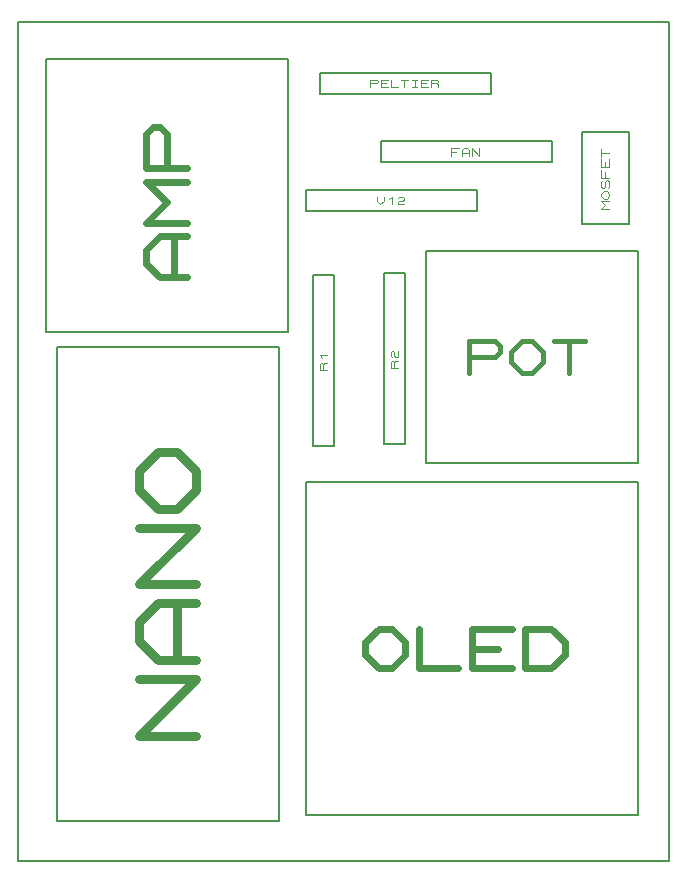
<source format=gbr>
G04 PROTEUS RS274X GERBER FILE*
%FSLAX45Y45*%
%MOMM*%
G01*
%ADD16C,0.203200*%
%ADD20C,0.802460*%
%ADD21C,0.562860*%
%ADD22C,0.576580*%
%ADD23C,0.449580*%
%ADD24C,0.106680*%
%ADD25C,0.111760*%
D16*
X-2900000Y-8200000D02*
X+2613000Y-8200000D01*
X+2613000Y-1097600D01*
X-2900000Y-1097600D01*
X-2900000Y-8200000D01*
X-2569860Y-7866360D02*
X-685240Y-7866360D01*
X-685240Y-3854040D01*
X-2569860Y-3854040D01*
X-2569860Y-7866360D01*
D20*
X-1386810Y-7144142D02*
X-1868289Y-7144142D01*
X-1386810Y-6662664D01*
X-1868289Y-6662664D01*
X-1386810Y-6502171D02*
X-1707796Y-6502171D01*
X-1868289Y-6341679D01*
X-1868289Y-6181186D01*
X-1707796Y-6020693D01*
X-1386810Y-6020693D01*
X-1547303Y-6502171D02*
X-1547303Y-6020693D01*
X-1386810Y-5860200D02*
X-1868289Y-5860200D01*
X-1386810Y-5378722D01*
X-1868289Y-5378722D01*
X-1707796Y-5218229D02*
X-1868289Y-5057737D01*
X-1868289Y-4897244D01*
X-1707796Y-4736751D01*
X-1547303Y-4736751D01*
X-1386810Y-4897244D01*
X-1386810Y-5057737D01*
X-1547303Y-5218229D01*
X-1707796Y-5218229D01*
D16*
X-461860Y-7810460D02*
X+2352460Y-7810460D01*
X+2352460Y-4996140D01*
X-461860Y-4996140D01*
X-461860Y-7810460D01*
D21*
X+44718Y-6347014D02*
X+157290Y-6234441D01*
X+269863Y-6234441D01*
X+382436Y-6347014D01*
X+382436Y-6459587D01*
X+269863Y-6572160D01*
X+157290Y-6572160D01*
X+44718Y-6459587D01*
X+44718Y-6347014D01*
X+495009Y-6234441D02*
X+495009Y-6572160D01*
X+832727Y-6572160D01*
X+1283018Y-6572160D02*
X+945300Y-6572160D01*
X+945300Y-6234441D01*
X+1283018Y-6234441D01*
X+945300Y-6403300D02*
X+1170445Y-6403300D01*
X+1395591Y-6572160D02*
X+1395591Y-6234441D01*
X+1620736Y-6234441D01*
X+1733309Y-6347014D01*
X+1733309Y-6459587D01*
X+1620736Y-6572160D01*
X+1395591Y-6572160D01*
D16*
X-2662160Y-3721160D02*
X-609840Y-3721160D01*
X-609840Y-1414840D01*
X-2662160Y-1414840D01*
X-2662160Y-3721160D01*
D22*
X-1463026Y-3259896D02*
X-1693658Y-3259896D01*
X-1808974Y-3144580D01*
X-1808974Y-3029264D01*
X-1693658Y-2913948D01*
X-1463026Y-2913948D01*
X-1578342Y-3259896D02*
X-1578342Y-2913948D01*
X-1463026Y-2798632D02*
X-1808974Y-2798632D01*
X-1636000Y-2625658D01*
X-1808974Y-2452684D01*
X-1463026Y-2452684D01*
X-1463026Y-2337368D02*
X-1808974Y-2337368D01*
X-1808974Y-2049078D01*
X-1751316Y-1991420D01*
X-1693658Y-1991420D01*
X-1636000Y-2049078D01*
X-1636000Y-2337368D01*
D16*
X+558840Y-4833860D02*
X+2357160Y-4833860D01*
X+2357160Y-3035540D01*
X+558840Y-3035540D01*
X+558840Y-4833860D01*
D23*
X+918504Y-4069574D02*
X+918504Y-3799826D01*
X+1143294Y-3799826D01*
X+1188252Y-3844784D01*
X+1188252Y-3889742D01*
X+1143294Y-3934700D01*
X+918504Y-3934700D01*
X+1278168Y-3889742D02*
X+1368084Y-3799826D01*
X+1458000Y-3799826D01*
X+1547916Y-3889742D01*
X+1547916Y-3979658D01*
X+1458000Y-4069574D01*
X+1368084Y-4069574D01*
X+1278168Y-3979658D01*
X+1278168Y-3889742D01*
X+1637832Y-3799826D02*
X+1907580Y-3799826D01*
X+1772706Y-3799826D02*
X+1772706Y-4069574D01*
D16*
X+177800Y-2286000D02*
X+1625600Y-2286000D01*
X+1625600Y-2108200D01*
X+177800Y-2108200D01*
X+177800Y-2286000D01*
D24*
X+773684Y-2229104D02*
X+773684Y-2165096D01*
X+837692Y-2165096D01*
X+773684Y-2197100D02*
X+816356Y-2197100D01*
X+859028Y-2229104D02*
X+859028Y-2186432D01*
X+880364Y-2165096D01*
X+901700Y-2165096D01*
X+923036Y-2186432D01*
X+923036Y-2229104D01*
X+859028Y-2207768D02*
X+923036Y-2207768D01*
X+944372Y-2229104D02*
X+944372Y-2165096D01*
X+1008380Y-2229104D01*
X+1008380Y-2165096D01*
D16*
X-454900Y-2700000D02*
X+992900Y-2700000D01*
X+992900Y-2522200D01*
X-454900Y-2522200D01*
X-454900Y-2700000D01*
D24*
X+140984Y-2579096D02*
X+140984Y-2611100D01*
X+172988Y-2643104D01*
X+204992Y-2611100D01*
X+204992Y-2579096D01*
X+247664Y-2600432D02*
X+269000Y-2579096D01*
X+269000Y-2643104D01*
X+322340Y-2589764D02*
X+333008Y-2579096D01*
X+365012Y-2579096D01*
X+375680Y-2589764D01*
X+375680Y-2600432D01*
X+365012Y-2611100D01*
X+333008Y-2611100D01*
X+322340Y-2621768D01*
X+322340Y-2643104D01*
X+375680Y-2643104D01*
D16*
X+1876840Y-2808160D02*
X+2278160Y-2808160D01*
X+2278160Y-2025840D01*
X+1876840Y-2025840D01*
X+1876840Y-2808160D01*
D25*
X+2111028Y-2685224D02*
X+2043972Y-2685224D01*
X+2077500Y-2651696D01*
X+2043972Y-2618168D01*
X+2111028Y-2618168D01*
X+2066324Y-2595816D02*
X+2043972Y-2573464D01*
X+2043972Y-2551112D01*
X+2066324Y-2528760D01*
X+2088676Y-2528760D01*
X+2111028Y-2551112D01*
X+2111028Y-2573464D01*
X+2088676Y-2595816D01*
X+2066324Y-2595816D01*
X+2099852Y-2506408D02*
X+2111028Y-2495232D01*
X+2111028Y-2450528D01*
X+2099852Y-2439352D01*
X+2088676Y-2439352D01*
X+2077500Y-2450528D01*
X+2077500Y-2495232D01*
X+2066324Y-2506408D01*
X+2055148Y-2506408D01*
X+2043972Y-2495232D01*
X+2043972Y-2450528D01*
X+2055148Y-2439352D01*
X+2111028Y-2417000D02*
X+2043972Y-2417000D01*
X+2043972Y-2349944D01*
X+2077500Y-2417000D02*
X+2077500Y-2372296D01*
X+2111028Y-2260536D02*
X+2111028Y-2327592D01*
X+2043972Y-2327592D01*
X+2043972Y-2260536D01*
X+2077500Y-2327592D02*
X+2077500Y-2282888D01*
X+2043972Y-2238184D02*
X+2043972Y-2171128D01*
X+2043972Y-2204656D02*
X+2111028Y-2204656D01*
D16*
X-337200Y-1706600D02*
X+1110600Y-1706600D01*
X+1110600Y-1528800D01*
X-337200Y-1528800D01*
X-337200Y-1706600D01*
D24*
X+87996Y-1649704D02*
X+87996Y-1585696D01*
X+141336Y-1585696D01*
X+152004Y-1596364D01*
X+152004Y-1607032D01*
X+141336Y-1617700D01*
X+87996Y-1617700D01*
X+237348Y-1649704D02*
X+173340Y-1649704D01*
X+173340Y-1585696D01*
X+237348Y-1585696D01*
X+173340Y-1617700D02*
X+216012Y-1617700D01*
X+258684Y-1585696D02*
X+258684Y-1649704D01*
X+322692Y-1649704D01*
X+344028Y-1585696D02*
X+408036Y-1585696D01*
X+376032Y-1585696D02*
X+376032Y-1649704D01*
X+440040Y-1585696D02*
X+482712Y-1585696D01*
X+461376Y-1585696D02*
X+461376Y-1649704D01*
X+440040Y-1649704D02*
X+482712Y-1649704D01*
X+578724Y-1649704D02*
X+514716Y-1649704D01*
X+514716Y-1585696D01*
X+578724Y-1585696D01*
X+514716Y-1617700D02*
X+557388Y-1617700D01*
X+600060Y-1649704D02*
X+600060Y-1585696D01*
X+653400Y-1585696D01*
X+664068Y-1596364D01*
X+664068Y-1607032D01*
X+653400Y-1617700D01*
X+600060Y-1617700D01*
X+653400Y-1617700D02*
X+664068Y-1628368D01*
X+664068Y-1649704D01*
D16*
X-400300Y-4687600D02*
X-222500Y-4687600D01*
X-222500Y-3239800D01*
X-400300Y-3239800D01*
X-400300Y-4687600D01*
D24*
X-279396Y-4049044D02*
X-343404Y-4049044D01*
X-343404Y-3995704D01*
X-332736Y-3985036D01*
X-322068Y-3985036D01*
X-311400Y-3995704D01*
X-311400Y-4049044D01*
X-311400Y-3995704D02*
X-300732Y-3985036D01*
X-279396Y-3985036D01*
X-322068Y-3942364D02*
X-343404Y-3921028D01*
X-279396Y-3921028D01*
D16*
X+201100Y-4667900D02*
X+378900Y-4667900D01*
X+378900Y-3220100D01*
X+201100Y-3220100D01*
X+201100Y-4667900D01*
D24*
X+322004Y-4029344D02*
X+257996Y-4029344D01*
X+257996Y-3976004D01*
X+268664Y-3965336D01*
X+279332Y-3965336D01*
X+290000Y-3976004D01*
X+290000Y-4029344D01*
X+290000Y-3976004D02*
X+300668Y-3965336D01*
X+322004Y-3965336D01*
X+268664Y-3933332D02*
X+257996Y-3922664D01*
X+257996Y-3890660D01*
X+268664Y-3879992D01*
X+279332Y-3879992D01*
X+290000Y-3890660D01*
X+290000Y-3922664D01*
X+300668Y-3933332D01*
X+322004Y-3933332D01*
X+322004Y-3879992D01*
M02*

</source>
